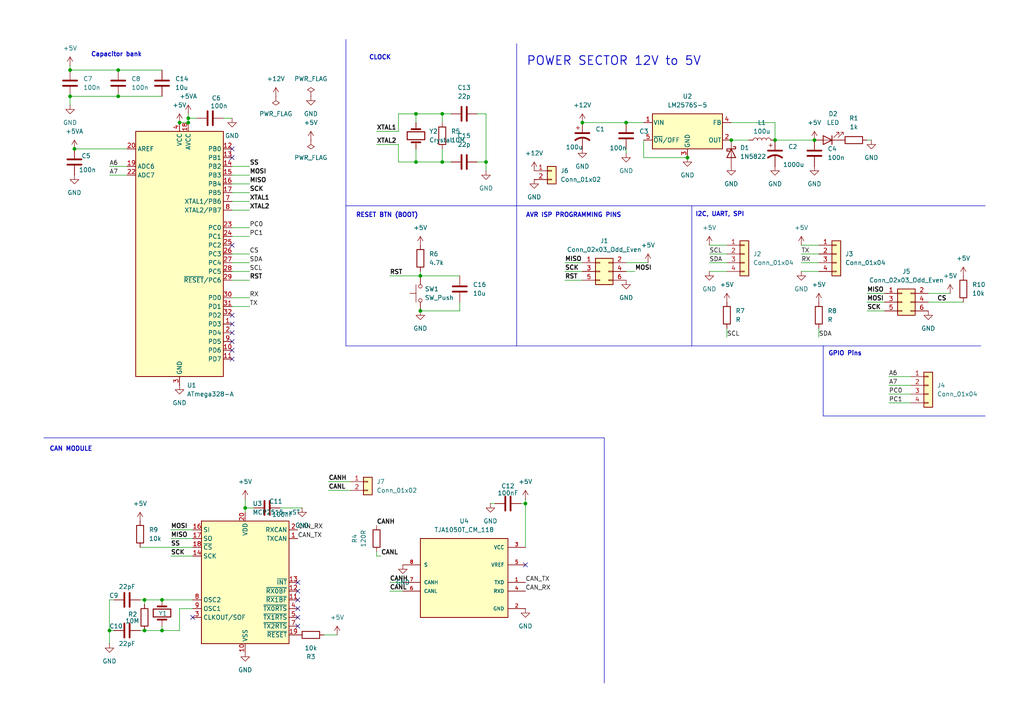
<source format=kicad_sch>
(kicad_sch (version 20250114) (generator "eeschema") (generator_version "9.0")
  (paper "A4")
  (lib_symbols
    (symbol "Connector_Generic:Conn_01x02" (pin_names (offset 1.016) (hide yes))
      (property "Reference" "J" (at 0 2.54 0))
      (property "Value" "Conn_01x02" (at 0 -5.08 0))
      (symbol "Conn_01x02_1_1"
        (pin passive line (at -5.08 0 0) (length 3.81) (name "Pin_1") (number "1"))
        (pin passive line (at -5.08 -2.54 0) (length 3.81) (name "Pin_2") (number "2"))
      )
    )
    (symbol "Connector_Generic:Conn_01x04" (pin_names (offset 1.016) (hide yes))
      (property "Reference" "J" (at 0 5.08 0))
      (property "Value" "Conn_01x04" (at 0 -7.62 0))
      (symbol "Conn_01x04_1_1"
        (pin passive line (at -5.08 2.54 0) (length 3.81) (name "Pin_1") (number "1"))
        (pin passive line (at -5.08 0 0) (length 3.81) (name "Pin_2") (number "2"))
        (pin passive line (at -5.08 -2.54 0) (length 3.81) (name "Pin_3") (number "3"))
        (pin passive line (at -5.08 -5.08 0) (length 3.81) (name "Pin_4") (number "4"))
      )
    )
    (symbol "Connector_Generic:Conn_02x03_Odd_Even" (pin_names (offset 1.016) (hide yes))
      (property "Reference" "J" (at 1.27 5.08 0))
      (property "Value" "Conn_02x03_Odd_Even" (at 1.27 -5.08 0))
      (symbol "Conn_02x03_Odd_Even_1_1"
        (pin passive line (at -5.08 2.54 0) (length 3.81) (name "Pin_1") (number "1"))
        (pin passive line (at -5.08 0 0) (length 3.81) (name "Pin_3") (number "3"))
        (pin passive line (at -5.08 -2.54 0) (length 3.81) (name "Pin_5") (number "5"))
        (pin passive line (at 7.62 2.54 180) (length 3.81) (name "Pin_2") (number "2"))
        (pin passive line (at 7.62 0 180) (length 3.81) (name "Pin_4") (number "4"))
        (pin passive line (at 7.62 -2.54 180) (length 3.81) (name "Pin_6") (number "6"))
      )
    )
    (symbol "Device:C" (pin_numbers (hide yes)) (pin_names (offset 0.254))
      (property "Reference" "C" (at 0.635 2.54 0))
      (property "Value" "C" (at 0.635 -2.54 0))
      (symbol "C_1_1"
        (pin passive line (at 0 3.81 270) (length 2.794) (name "~") (number "1"))
        (pin passive line (at 0 -3.81 90) (length 2.794) (name "~") (number "2"))
      )
    )
    (symbol "Device:C_Polarized_US" (pin_numbers (hide yes)) (pin_names (offset 0.254) (hide yes))
      (property "Reference" "C" (at 0.635 2.54 0))
      (property "Value" "C_Polarized_US" (at 0.635 -2.54 0))
      (symbol "C_Polarized_US_1_1"
        (pin passive line (at 0 3.81 270) (length 2.794) (name "~") (number "1"))
        (pin passive line (at 0 -3.81 90) (length 3.302) (name "~") (number "2"))
      )
    )
    (symbol "Device:Crystal" (pin_numbers (hide yes)) (pin_names (offset 1.016) (hide yes))
      (property "Reference" "Y" (at 0 3.81 0))
      (property "Value" "Crystal" (at 0 -3.81 0))
      (symbol "Crystal_1_1"
        (pin passive line (at -3.81 0 0) (length 1.27) (name "1") (number "1"))
        (pin passive line (at 3.81 0 180) (length 1.27) (name "2") (number "2"))
      )
    )
    (symbol "Device:L" (pin_numbers (hide yes)) (pin_names (offset 1.016) (hide yes))
      (property "Reference" "L" (at -1.27 0 90))
      (property "Value" "L" (at 1.905 0 90))
      (symbol "L_1_1"
        (pin passive line (at 0 3.81 270) (length 1.27) (name "1") (number "1"))
        (pin passive line (at 0 -3.81 90) (length 1.27) (name "2") (number "2"))
      )
    )
    (symbol "Device:LED" (pin_numbers (hide yes)) (pin_names (offset 1.016) (hide yes))
      (property "Reference" "D" (at 0 2.54 0))
      (property "Value" "LED" (at 0 -2.54 0))
      (symbol "LED_1_1"
        (pin passive line (at -3.81 0 0) (length 2.54) (name "K") (number "1"))
        (pin passive line (at 3.81 0 180) (length 2.54) (name "A") (number "2"))
      )
    )
    (symbol "Device:R" (pin_numbers (hide yes)) (pin_names (offset 0))
      (property "Reference" "R" (at 2.032 0 90))
      (property "Value" "R" (at 0 0 90))
      (symbol "R_1_1"
        (pin passive line (at 0 3.81 270) (length 1.27) (name "~") (number "1"))
        (pin passive line (at 0 -3.81 90) (length 1.27) (name "~") (number "2"))
      )
    )
    (symbol "Diode:1N5822" (pin_numbers (hide yes)) (pin_names (offset 1.016) (hide yes))
      (property "Reference" "D" (at 0 2.54 0))
      (property "Value" "1N5822" (at 0 -2.54 0))
      (symbol "1N5822_1_1"
        (pin passive line (at -3.81 0 0) (length 2.54) (name "K") (number "1"))
        (pin passive line (at 3.81 0 180) (length 2.54) (name "A") (number "2"))
      )
    )
    (symbol "Interface_CAN_LIN:MCP2515-xST"
      (property "Reference" "U" (at -10.16 19.685 0))
      (property "Value" "MCP2515-xST" (at 19.05 20.32 0))
      (symbol "MCP2515-xST_1_1"
        (pin input line (at -15.24 15.24 0) (length 2.54) (name "SI") (number "16"))
        (pin output line (at -15.24 12.7 0) (length 2.54) (name "SO") (number "17"))
        (pin input line (at -15.24 10.16 0) (length 2.54) (name "~{CS}") (number "18"))
        (pin input line (at -15.24 7.62 0) (length 2.54) (name "SCK") (number "14"))
        (pin output line (at -15.24 -5.08 0) (length 2.54) (name "OSC2") (number "8"))
        (pin input line (at -15.24 -7.62 0) (length 2.54) (name "OSC1") (number "9"))
        (pin output line (at -15.24 -10.16 0) (length 2.54) (name "CLKOUT/SOF") (number "3"))
        (pin no_connect line (at -12.7 0 0) (length 2.54) (hide yes) (name "NC") (number "6"))
        (pin no_connect line (at -12.7 -2.54 0) (length 2.54) (hide yes) (name "NC") (number "15"))
        (pin power_in line (at 0 20.32 270) (length 2.54) (name "VDD") (number "20"))
        (pin power_in line (at 0 -20.32 90) (length 2.54) (name "VSS") (number "10"))
        (pin input line (at 15.24 15.24 180) (length 2.54) (name "RXCAN") (number "2"))
        (pin output line (at 15.24 12.7 180) (length 2.54) (name "TXCAN") (number "1"))
        (pin output line (at 15.24 0 180) (length 2.54) (name "~{INT}") (number "13"))
        (pin output line (at 15.24 -2.54 180) (length 2.54) (name "~{RX0BF}") (number "12"))
        (pin output line (at 15.24 -5.08 180) (length 2.54) (name "~{RX1BF}") (number "11"))
        (pin input line (at 15.24 -7.62 180) (length 2.54) (name "~{TX0RTS}") (number "4"))
        (pin input line (at 15.24 -10.16 180) (length 2.54) (name "~{TX1RTS}") (number "5"))
        (pin input line (at 15.24 -12.7 180) (length 2.54) (name "~{TX2RTS}") (number "7"))
        (pin input line (at 15.24 -15.24 180) (length 2.54) (name "~{RESET}") (number "19"))
      )
    )
    (symbol "MCU_Microchip_ATmega:ATmega328-A"
      (property "Reference" "U" (at -12.7 36.83 0))
      (property "Value" "ATmega328-A" (at 2.54 -36.83 0))
      (symbol "ATmega328-A_1_1"
        (pin passive line (at -15.24 30.48 0) (length 2.54) (name "AREF") (number "20"))
        (pin input line (at -15.24 25.4 0) (length 2.54) (name "ADC6") (number "19"))
        (pin input line (at -15.24 22.86 0) (length 2.54) (name "ADC7") (number "22"))
        (pin power_in line (at 0 38.1 270) (length 2.54) (name "VCC") (number "4"))
        (pin passive line (at 0 38.1 270) (length 2.54) (hide yes) (name "VCC") (number "6"))
        (pin passive line (at 0 -38.1 90) (length 2.54) (hide yes) (name "GND") (number "21"))
        (pin power_in line (at 0 -38.1 90) (length 2.54) (name "GND") (number "3"))
        (pin passive line (at 0 -38.1 90) (length 2.54) (hide yes) (name "GND") (number "5"))
        (pin power_in line (at 2.54 38.1 270) (length 2.54) (name "AVCC") (number "18"))
        (pin bidirectional line (at 15.24 30.48 180) (length 2.54) (name "PB0") (number "12"))
        (pin bidirectional line (at 15.24 27.94 180) (length 2.54) (name "PB1") (number "13"))
        (pin bidirectional line (at 15.24 25.4 180) (length 2.54) (name "PB2") (number "14"))
        (pin bidirectional line (at 15.24 22.86 180) (length 2.54) (name "PB3") (number "15"))
        (pin bidirectional line (at 15.24 20.32 180) (length 2.54) (name "PB4") (number "16"))
        (pin bidirectional line (at 15.24 17.78 180) (length 2.54) (name "PB5") (number "17"))
        (pin bidirectional line (at 15.24 15.24 180) (length 2.54) (name "XTAL1/PB6") (number "7"))
        (pin bidirectional line (at 15.24 12.7 180) (length 2.54) (name "XTAL2/PB7") (number "8"))
        (pin bidirectional line (at 15.24 7.62 180) (length 2.54) (name "PC0") (number "23"))
        (pin bidirectional line (at 15.24 5.08 180) (length 2.54) (name "PC1") (number "24"))
        (pin bidirectional line (at 15.24 2.54 180) (length 2.54) (name "PC2") (number "25"))
        (pin bidirectional line (at 15.24 0 180) (length 2.54) (name "PC3") (number "26"))
        (pin bidirectional line (at 15.24 -2.54 180) (length 2.54) (name "PC4") (number "27"))
        (pin bidirectional line (at 15.24 -5.08 180) (length 2.54) (name "PC5") (number "28"))
        (pin bidirectional line (at 15.24 -7.62 180) (length 2.54) (name "~{RESET}/PC6") (number "29"))
        (pin bidirectional line (at 15.24 -12.7 180) (length 2.54) (name "PD0") (number "30"))
        (pin bidirectional line (at 15.24 -15.24 180) (length 2.54) (name "PD1") (number "31"))
        (pin bidirectional line (at 15.24 -17.78 180) (length 2.54) (name "PD2") (number "32"))
        (pin bidirectional line (at 15.24 -20.32 180) (length 2.54) (name "PD3") (number "1"))
        (pin bidirectional line (at 15.24 -22.86 180) (length 2.54) (name "PD4") (number "2"))
        (pin bidirectional line (at 15.24 -25.4 180) (length 2.54) (name "PD5") (number "9"))
        (pin bidirectional line (at 15.24 -27.94 180) (length 2.54) (name "PD6") (number "10"))
        (pin bidirectional line (at 15.24 -30.48 180) (length 2.54) (name "PD7") (number "11"))
      )
    )
    (symbol "Regulator_Switching:LM2576S-5" (pin_names (offset 0.254))
      (property "Reference" "U" (at -10.16 6.35 0))
      (property "Value" "LM2576S-5" (at 0 6.35 0))
      (symbol "LM2576S-5_1_1"
        (pin power_in line (at -12.7 2.54 0) (length 2.54) (name "VIN") (number "1"))
        (pin input line (at -12.7 -2.54 0) (length 2.54) (name "~{ON}/OFF") (number "5"))
        (pin power_in line (at 0 -7.62 90) (length 2.54) (name "GND") (number "3"))
        (pin input line (at 12.7 2.54 180) (length 2.54) (name "FB") (number "4"))
        (pin output line (at 12.7 -2.54 180) (length 2.54) (name "OUT") (number "2"))
      )
    )
    (symbol "Switch:SW_Push" (pin_numbers (hide yes)) (pin_names (offset 1.016) (hide yes))
      (property "Reference" "SW" (at 1.27 2.54 0))
      (property "Value" "SW_Push" (at 0 -1.524 0))
      (symbol "SW_Push_0_1"
        (pin passive line (at -5.08 0 0) (length 2.54) (name "1") (number "1"))
        (pin passive line (at 5.08 0 180) (length 2.54) (name "2") (number "2"))
      )
    )
    (symbol "extra_symbol:TJA1050T_CM_118" (pin_names (offset 1.016))
      (property "Reference" "U" (at -12.7 11.049 0))
      (property "Value" "TJA1050T_CM_118" (at -12.7 -15.24 0))
      (symbol "TJA1050T_CM_118_0_0"
        (pin input line (at -17.78 2.54 0) (length 5.08) (name "S") (number "8"))
        (pin bidirectional line (at -17.78 -2.54 0) (length 5.08) (name "CANH") (number "7"))
        (pin bidirectional line (at -17.78 -5.08 0) (length 5.08) (name "CANL") (number "6"))
        (pin power_in line (at 17.78 7.62 180) (length 5.08) (name "VCC") (number "3"))
        (pin output line (at 17.78 2.54 180) (length 5.08) (name "VREF") (number "5"))
        (pin input line (at 17.78 -2.54 180) (length 5.08) (name "TXD") (number "1"))
        (pin output line (at 17.78 -5.08 180) (length 5.08) (name "RXD") (number "4"))
        (pin power_in line (at 17.78 -10.16 180) (length 5.08) (name "GND") (number "2"))
      )
    )
    (symbol "power:+12V" (power) (pin_numbers (hide yes)) (pin_names (offset 0) (hide yes))
      (property "Value" "+12V" (at 0 3.556 0))
      (symbol "+12V_1_1"
        (pin power_in line (at 0 0 90) (length 0) (name "~") (number "1"))
      )
    )
    (symbol "power:+5V" (power) (pin_numbers (hide yes)) (pin_names (offset 0) (hide yes))
      (property "Value" "+5V" (at 0 3.556 0))
      (symbol "+5V_1_1"
        (pin power_in line (at 0 0 90) (length 0) (name "~") (number "1"))
      )
    )
    (symbol "power:+5VA" (power) (pin_numbers (hide yes)) (pin_names (offset 0) (hide yes))
      (property "Value" "+5VA" (at 0 3.556 0))
      (symbol "+5VA_1_1"
        (pin power_in line (at 0 0 90) (length 0) (name "~") (number "1"))
      )
    )
    (symbol "power:GND" (power) (pin_numbers (hide yes)) (pin_names (offset 0) (hide yes))
      (property "Value" "GND" (at 0 -3.81 0))
      (symbol "GND_1_1"
        (pin power_in line (at 0 0 270) (length 0) (name "~") (number "1"))
      )
    )
    (symbol "power:PWR_FLAG" (power) (pin_numbers (hide yes)) (pin_names (offset 0) (hide yes))
      (property "Value" "PWR_FLAG" (at 0 3.81 0))
      (symbol "PWR_FLAG_0_0"
        (pin power_out line (at 0 0 90) (length 0) (name "~") (number "1"))
      )
    )
  )
  (text "POWER SECTOR 12V to 5V\n" (at 178.054 17.78 0) (effects (font (size 2.54 2.54) (thickness 0.254) (bold yes))))
  (text "Capacitor bank\n" (at 33.782 15.875 0) (effects (font (size 1.27 1.27) (thickness 0.254) (bold yes))))
  (text "RESET BTN (BOOT)" (at 112.268 62.484 0) (effects (font (size 1.27 1.27) (thickness 0.254) (bold yes))))
  (text "AVR ISP PROGRAMMING PINS\n" (at 166.37 62.484 0) (effects (font (size 1.27 1.27) (thickness 0.254) (bold yes))))
  (text "I2C, UART, SPI" (at 208.788 62.23 0) (effects (font (size 1.27 1.27) (thickness 0.254) (bold yes))))
  (text "CLOCK" (at 110.236 16.764 0) (effects (font (size 1.27 1.27) (thickness 0.254) (bold yes))))
  (text "CAN MODULE\n" (at 20.574 130.302 0) (effects (font (size 1.27 1.27) (thickness 0.254) (bold yes))))
  (text "GPIO Pins" (at 245.11 102.616 0) (effects (font (size 1.27 1.27) (thickness 0.254) (bold yes))))
  (junction (at 54.61 34.29))
  (junction (at 121.92 90.17))
  (junction (at 31.75 182.88))
  (junction (at 46.99 173.99))
  (junction (at 199.39 45.72))
  (junction (at 52.07 35.56))
  (junction (at 152.4 146.05))
  (junction (at 236.22 40.64))
  (junction (at 46.99 182.88))
  (junction (at 140.97 46.99))
  (junction (at 41.91 173.99))
  (junction (at 128.27 33.02))
  (junction (at 20.32 20.32))
  (junction (at 34.29 20.32))
  (junction (at 71.12 147.32))
  (junction (at 21.59 43.18))
  (junction (at 20.32 27.94))
  (junction (at 121.92 80.01))
  (junction (at 128.27 46.99))
  (junction (at 120.65 46.99))
  (junction (at 34.29 27.94))
  (junction (at 120.65 33.02))
  (junction (at 54.61 35.56))
  (junction (at 41.91 182.88))
  (junction (at 224.79 40.64))
  (junction (at 212.09 40.64))
  (junction (at 168.91 35.56))
  (junction (at 181.61 35.56))
  (no_connect (at 67.31 43.18))
  (no_connect (at 86.36 171.45))
  (no_connect (at 86.36 179.07))
  (no_connect (at 67.31 71.12))
  (no_connect (at 67.31 99.06))
  (no_connect (at 86.36 181.61))
  (no_connect (at 86.36 173.99))
  (no_connect (at 67.31 96.52))
  (no_connect (at 55.88 179.07))
  (no_connect (at 67.31 104.14))
  (no_connect (at 152.4 163.83))
  (no_connect (at 67.31 101.6))
  (no_connect (at 67.31 45.72))
  (no_connect (at 67.31 91.44))
  (no_connect (at 86.36 168.91))
  (no_connect (at 86.36 176.53))
  (no_connect (at 67.31 93.98))
  (wire (pts (xy 138.43 46.99) (xy 140.97 46.99)))
  (wire (pts (xy 205.74 76.2) (xy 210.82 76.2)))
  (wire (pts (xy 121.92 80.01) (xy 121.92 78.74)))
  (wire (pts (xy 113.03 171.45) (xy 116.84 171.45)))
  (wire (pts (xy 181.61 35.56) (xy 186.69 35.56)))
  (wire (pts (xy 41.91 182.88) (xy 46.99 182.88)))
  (wire (pts (xy 67.31 50.8) (xy 72.39 50.8)))
  (wire (pts (xy 113.03 80.01) (xy 121.92 80.01)))
  (wire (pts (xy 40.64 182.88) (xy 41.91 182.88)))
  (polyline (pts (xy 149.86 12.7) (xy 149.86 59.69)))
  (wire (pts (xy 152.4 144.78) (xy 152.4 146.05)))
  (wire (pts (xy 67.31 55.88) (xy 72.39 55.88)))
  (wire (pts (xy 151.13 146.05) (xy 152.4 146.05)))
  (wire (pts (xy 163.83 76.2) (xy 168.91 76.2)))
  (wire (pts (xy 269.24 87.63) (xy 279.4 87.63)))
  (wire (pts (xy 115.57 38.1) (xy 115.57 33.02)))
  (polyline (pts (xy 100.33 59.69) (xy 149.86 59.69)))
  (wire (pts (xy 181.61 44.45) (xy 181.61 43.18)))
  (wire (pts (xy 95.25 139.7) (xy 101.6 139.7)))
  (wire (pts (xy 20.32 30.48) (xy 20.32 27.94)))
  (wire (pts (xy 186.69 40.64) (xy 186.69 45.72)))
  (polyline (pts (xy 100.33 11.43) (xy 100.33 59.69)))
  (wire (pts (xy 187.96 76.2) (xy 181.61 76.2)))
  (wire (pts (xy 34.29 27.94) (xy 46.99 27.94)))
  (wire (pts (xy 257.81 116.84) (xy 264.16 116.84)))
  (wire (pts (xy 31.75 50.8) (xy 36.83 50.8)))
  (wire (pts (xy 128.27 33.02) (xy 130.81 33.02)))
  (wire (pts (xy 41.91 173.99) (xy 46.99 173.99)))
  (wire (pts (xy 237.49 95.25) (xy 237.49 97.79)))
  (wire (pts (xy 67.31 81.28) (xy 72.39 81.28)))
  (wire (pts (xy 31.75 48.26) (xy 36.83 48.26)))
  (wire (pts (xy 71.12 144.78) (xy 71.12 147.32)))
  (wire (pts (xy 31.75 173.99) (xy 33.02 173.99)))
  (wire (pts (xy 40.64 173.99) (xy 41.91 173.99)))
  (wire (pts (xy 31.75 182.88) (xy 31.75 186.69)))
  (wire (pts (xy 67.31 88.9) (xy 72.39 88.9)))
  (wire (pts (xy 121.92 80.01) (xy 133.35 80.01)))
  (wire (pts (xy 251.46 40.64) (xy 252.73 40.64)))
  (wire (pts (xy 110.49 161.29) (xy 109.22 161.29)))
  (polyline (pts (xy 238.76 120.65) (xy 238.76 100.33)))
  (wire (pts (xy 120.65 35.56) (xy 120.65 33.02)))
  (wire (pts (xy 46.99 181.61) (xy 46.99 182.88)))
  (wire (pts (xy 115.57 33.02) (xy 120.65 33.02)))
  (wire (pts (xy 109.22 161.29) (xy 109.22 160.02)))
  (wire (pts (xy 49.53 153.67) (xy 55.88 153.67)))
  (wire (pts (xy 186.69 45.72) (xy 199.39 45.72)))
  (polyline (pts (xy 149.86 100.33) (xy 200.66 100.33)))
  (wire (pts (xy 54.61 35.56) (xy 54.61 34.29)))
  (wire (pts (xy 143.51 146.05) (xy 142.24 146.05)))
  (wire (pts (xy 67.31 76.2) (xy 72.39 76.2)))
  (wire (pts (xy 140.97 33.02) (xy 140.97 46.99)))
  (wire (pts (xy 31.75 182.88) (xy 33.02 182.88)))
  (wire (pts (xy 67.31 68.58) (xy 72.39 68.58)))
  (wire (pts (xy 31.75 173.99) (xy 31.75 182.88)))
  (wire (pts (xy 120.65 43.18) (xy 120.65 46.99)))
  (wire (pts (xy 205.74 78.74) (xy 210.82 78.74)))
  (wire (pts (xy 113.03 168.91) (xy 116.84 168.91)))
  (wire (pts (xy 217.17 40.64) (xy 212.09 40.64)))
  (wire (pts (xy 224.79 35.56) (xy 224.79 40.64)))
  (wire (pts (xy 109.22 38.1) (xy 115.57 38.1)))
  (wire (pts (xy 52.07 35.56) (xy 54.61 35.56)))
  (wire (pts (xy 20.32 27.94) (xy 34.29 27.94)))
  (wire (pts (xy 128.27 46.99) (xy 130.81 46.99)))
  (wire (pts (xy 21.59 43.18) (xy 36.83 43.18)))
  (wire (pts (xy 210.82 95.25) (xy 210.82 97.79)))
  (wire (pts (xy 120.65 33.02) (xy 128.27 33.02)))
  (wire (pts (xy 168.91 35.56) (xy 181.61 35.56)))
  (wire (pts (xy 41.91 173.99) (xy 41.91 175.26)))
  (wire (pts (xy 163.83 78.74) (xy 168.91 78.74)))
  (wire (pts (xy 163.83 81.28) (xy 168.91 81.28)))
  (wire (pts (xy 67.31 53.34) (xy 72.39 53.34)))
  (polyline (pts (xy 149.86 59.69) (xy 285.75 59.69)))
  (wire (pts (xy 34.29 20.32) (xy 46.99 20.32)))
  (polyline (pts (xy 175.26 127) (xy 175.26 198.12)))
  (wire (pts (xy 205.74 73.66) (xy 210.82 73.66)))
  (polyline (pts (xy 285.75 120.65) (xy 238.76 120.65)))
  (wire (pts (xy 115.57 41.91) (xy 115.57 46.99)))
  (wire (pts (xy 67.31 73.66) (xy 72.39 73.66)))
  (wire (pts (xy 71.12 147.32) (xy 71.12 148.59)))
  (wire (pts (xy 81.28 147.32) (xy 87.63 147.32)))
  (wire (pts (xy 232.41 76.2) (xy 237.49 76.2)))
  (wire (pts (xy 128.27 33.02) (xy 128.27 35.56)))
  (wire (pts (xy 257.81 111.76) (xy 264.16 111.76)))
  (wire (pts (xy 40.64 158.75) (xy 55.88 158.75)))
  (wire (pts (xy 95.25 142.24) (xy 101.6 142.24)))
  (wire (pts (xy 64.77 34.29) (xy 67.31 34.29)))
  (wire (pts (xy 232.41 78.74) (xy 237.49 78.74)))
  (wire (pts (xy 49.53 161.29) (xy 55.88 161.29)))
  (wire (pts (xy 232.41 73.66) (xy 237.49 73.66)))
  (polyline (pts (xy 100.33 59.69) (xy 100.33 100.33)))
  (wire (pts (xy 128.27 46.99) (xy 128.27 43.18)))
  (wire (pts (xy 140.97 46.99) (xy 140.97 49.53)))
  (wire (pts (xy 67.31 86.36) (xy 72.39 86.36)))
  (wire (pts (xy 67.31 48.26) (xy 72.39 48.26)))
  (wire (pts (xy 93.98 184.15) (xy 97.79 184.15)))
  (wire (pts (xy 71.12 147.32) (xy 73.66 147.32)))
  (wire (pts (xy 49.53 156.21) (xy 55.88 156.21)))
  (wire (pts (xy 257.81 109.22) (xy 264.16 109.22)))
  (wire (pts (xy 120.65 46.99) (xy 128.27 46.99)))
  (wire (pts (xy 152.4 146.05) (xy 152.4 158.75)))
  (wire (pts (xy 251.46 87.63) (xy 256.54 87.63)))
  (wire (pts (xy 257.81 114.3) (xy 264.16 114.3)))
  (wire (pts (xy 52.07 176.53) (xy 55.88 176.53)))
  (wire (pts (xy 251.46 90.17) (xy 256.54 90.17)))
  (wire (pts (xy 275.59 85.09) (xy 269.24 85.09)))
  (wire (pts (xy 67.31 60.96) (xy 72.39 60.96)))
  (wire (pts (xy 109.22 41.91) (xy 115.57 41.91)))
  (wire (pts (xy 205.74 71.12) (xy 210.82 71.12)))
  (wire (pts (xy 52.07 176.53) (xy 52.07 182.88)))
  (polyline (pts (xy 100.33 100.33) (xy 149.86 100.33)))
  (wire (pts (xy 67.31 66.04) (xy 72.39 66.04)))
  (polyline (pts (xy 200.66 100.33) (xy 284.48 100.33)))
  (wire (pts (xy 138.43 33.02) (xy 140.97 33.02)))
  (polyline (pts (xy 200.66 100.33) (xy 200.66 59.69)))
  (wire (pts (xy 115.57 46.99) (xy 120.65 46.99)))
  (wire (pts (xy 54.61 34.29) (xy 57.15 34.29)))
  (wire (pts (xy 67.31 78.74) (xy 72.39 78.74)))
  (wire (pts (xy 20.32 20.32) (xy 34.29 20.32)))
  (polyline (pts (xy 12.7 127) (xy 175.26 127)))
  (wire (pts (xy 54.61 33.02) (xy 54.61 34.29)))
  (wire (pts (xy 181.61 78.74) (xy 184.15 78.74)))
  (wire (pts (xy 133.35 87.63) (xy 133.35 90.17)))
  (wire (pts (xy 133.35 90.17) (xy 121.92 90.17)))
  (wire (pts (xy 67.31 58.42) (xy 72.39 58.42)))
  (polyline (pts (xy 149.86 100.33) (xy 149.86 59.69)))
  (wire (pts (xy 20.32 19.05) (xy 20.32 20.32)))
  (wire (pts (xy 224.79 40.64) (xy 236.22 40.64)))
  (wire (pts (xy 46.99 182.88) (xy 52.07 182.88)))
  (wire (pts (xy 212.09 35.56) (xy 224.79 35.56)))
  (wire (pts (xy 251.46 85.09) (xy 256.54 85.09)))
  (wire (pts (xy 46.99 173.99) (xy 55.88 173.99)))
  (wire (pts (xy 232.41 71.12) (xy 237.49 71.12)))
  (label "CAN_TX" (at 86.36 156.21 0))
  (label "SDA" (at 72.39 76.2 0))
  (label "CANL" (at 95.25 142.24 0) (effects (font (thickness 0.254) (bold yes))))
  (label "CAN_TX" (at 152.4 168.91 0))
  (label "MISO" (at 251.46 85.09 0) (effects (font (thickness 0.254) (bold yes))))
  (label "CANL" (at 110.49 161.29 0) (effects (font (thickness 0.254) (bold yes))))
  (label "CANH" (at 113.03 168.91 0) (effects (font (thickness 0.254) (bold yes))))
  (label "SS" (at 49.53 158.75 0) (effects (font (thickness 0.254) (bold yes))))
  (label "SCK" (at 49.53 161.29 0) (effects (font (thickness 0.254) (bold yes))))
  (label "RST" (at 113.03 80.01 0) (effects (font (thickness 0.254) (bold yes))))
  (label "MOSI" (at 251.46 87.63 0) (effects (font (thickness 0.254) (bold yes))))
  (label "A6" (at 257.81 109.22 0))
  (label "XTAL2" (at 109.22 41.91 0) (effects (font (thickness 0.254) (bold yes))))
  (label "MISO" (at 163.83 76.2 0) (effects (font (thickness 0.254) (bold yes))))
  (label "MOSI" (at 49.53 153.67 0) (effects (font (thickness 0.254) (bold yes))))
  (label "SCL" (at 205.74 73.66 0))
  (label "MOSI" (at 184.15 78.74 0) (effects (font (thickness 0.254) (bold yes))))
  (label "SDA" (at 205.74 76.2 0))
  (label "XTAL1" (at 72.39 58.42 0) (effects (font (thickness 0.254) (bold yes))))
  (label "SDA" (at 237.49 97.79 0))
  (label "RX" (at 72.39 86.36 0))
  (label "CS" (at 271.78 87.63 0) (effects (font (thickness 0.254) (bold yes))))
  (label "SCL" (at 72.39 78.74 0))
  (label "RST" (at 72.39 81.28 0) (effects (font (thickness 0.254) (bold yes))))
  (label "TX" (at 232.41 73.66 0))
  (label "CAN_RX" (at 86.36 153.67 0))
  (label "TX" (at 72.39 88.9 0))
  (label "A6" (at 31.75 48.26 0))
  (label "A7" (at 31.75 50.8 0))
  (label "SS" (at 72.39 48.26 0) (effects (font (thickness 0.254) (bold yes))))
  (label "PC0" (at 257.81 114.3 0))
  (label "PC0" (at 72.39 66.04 0))
  (label "XTAL2" (at 72.39 60.96 0) (effects (font (thickness 0.254) (bold yes))))
  (label "RST" (at 163.83 81.28 0) (effects (font (thickness 0.254) (bold yes))))
  (label "SCL" (at 210.82 97.79 0))
  (label "PC1" (at 72.39 68.58 0))
  (label "PC1" (at 257.81 116.84 0))
  (label "CAN_RX" (at 152.4 171.45 0))
  (label "MISO" (at 72.39 53.34 0) (effects (font (thickness 0.254) (bold yes))))
  (label "CANH" (at 109.22 152.4 0) (effects (font (thickness 0.254) (bold yes))))
  (label "CANH" (at 95.25 139.7 0) (effects (font (thickness 0.254) (bold yes))))
  (label "MISO" (at 49.53 156.21 0) (effects (font (thickness 0.254) (bold yes))))
  (label "XTAL1" (at 109.22 38.1 0) (effects (font (thickness 0.254) (bold yes))))
  (label "CS" (at 72.39 73.66 0))
  (label "SCK" (at 163.83 78.74 0) (effects (font (thickness 0.254) (bold yes))))
  (label "MOSI" (at 72.39 50.8 0) (effects (font (thickness 0.254) (bold yes))))
  (label "SCK" (at 72.39 55.88 0) (effects (font (thickness 0.254) (bold yes))))
  (label "SCK" (at 251.46 90.17 0) (effects (font (thickness 0.254) (bold yes))))
  (label "CANL" (at 113.03 171.45 0) (effects (font (thickness 0.254) (bold yes))))
  (label "A7" (at 257.81 111.76 0))
  (label "RX" (at 232.41 76.2 0))
  (symbol (lib_id "Device:C") (at 134.62 33.02 90) (unit 1)
    (property "Reference" "C13" (at 134.62 25.4 90))
    (property "Value" "22p" (at 134.62 27.94 90))
    (property "Footprint" "Capacitor_SMD:C_0805_2012Metric_Pad1.18x1.45mm_HandSolder" (effects (hide yes)))
    (property "Description" "Unpolarized capacitor" (effects (hide yes)))
  )
  (symbol (lib_id "power:GND") (at 152.4 176.53 0) (unit 1)
    (property "Reference" "#PWR023" (effects (hide yes)))
    (property "Value" "GND" (at 152.4 181.61 0))
    (property "Description" "Power symbol creates a global label with name \"GND\" , ground" (effects (hide yes)))
  )
  (symbol (lib_id "power:+5V") (at 121.92 71.12 0) (unit 1)
    (property "Reference" "#PWR019" (effects (hide yes)))
    (property "Value" "+5V" (at 121.92 66.04 0))
    (property "Description" "Power symbol creates a global label with name \"+5V\"" (effects (hide yes)))
  )
  (symbol (lib_id "power:+5V") (at 97.79 184.15 0) (unit 1)
    (property "Reference" "#PWR038" (effects (hide yes)))
    (property "Value" "+5V" (at 97.79 179.07 0))
    (property "Description" "Power symbol creates a global label with name \"+5V\"" (effects (hide yes)))
  )
  (symbol (lib_id "Connector_Generic:Conn_01x04") (at 215.9 73.66 0) (unit 1)
    (property "Reference" "J2" (at 218.44 73.6599 0) (effects (justify left)))
    (property "Value" "Conn_01x04" (at 218.44 76.1999 0) (effects (justify left)))
    (property "Footprint" "Connector_PinHeader_2.54mm:PinHeader_1x04_P2.54mm_Vertical" (effects (hide yes)))
    (property "Description" "Generic connector, single row, 01x04, script generated (kicad-library-utils/schlib/autogen/connector/)" (effects (hide yes)))
  )
  (symbol (lib_id "Device:R") (at 40.64 154.94 0) (unit 1)
    (property "Reference" "R9" (at 43.18 153.6699 0) (effects (justify left)))
    (property "Value" "10k" (at 43.18 156.2099 0) (effects (justify left)))
    (property "Footprint" "Resistor_SMD:R_0805_2012Metric_Pad1.20x1.40mm_HandSolder" (effects (hide yes)))
    (property "Description" "Resistor" (effects (hide yes)))
  )
  (symbol (lib_id "Connector_Generic:Conn_01x04") (at 269.24 111.76 0) (unit 1)
    (property "Reference" "J4" (at 271.78 111.7599 0) (effects (justify left)))
    (property "Value" "Conn_01x04" (at 271.78 114.2999 0) (effects (justify left)))
    (property "Footprint" "Connector_PinHeader_2.54mm:PinHeader_1x04_P2.54mm_Vertical" (effects (hide yes)))
    (property "Description" "Generic connector, single row, 01x04, script generated (kicad-library-utils/schlib/autogen/connector/)" (effects (hide yes)))
  )
  (symbol (lib_id "power:GND") (at 140.97 49.53 0) (unit 1)
    (property "Reference" "#PWR016" (effects (hide yes)))
    (property "Value" "GND" (at 140.97 54.61 0))
    (property "Description" "Power symbol creates a global label with name \"GND\" , ground" (effects (hide yes)))
  )
  (symbol (lib_id "power:+12V") (at 80.01 27.94 0) (unit 1)
    (property "Reference" "#PWR034" (effects (hide yes)))
    (property "Value" "+12V" (at 80.01 22.86 0))
    (property "Description" "Power symbol creates a global label with name \"+12V\"" (effects (hide yes)))
  )
  (symbol (lib_id "Device:C") (at 20.32 24.13 180) (unit 1)
    (property "Reference" "C7" (at 24.13 22.8599 0) (effects (justify right)))
    (property "Value" "100n" (at 24.13 25.3999 0) (effects (justify right)))
    (property "Footprint" "Capacitor_SMD:C_0805_2012Metric_Pad1.18x1.45mm_HandSolder" (effects (hide yes)))
  )
  (symbol (lib_id "power:PWR_FLAG") (at 90.17 27.94 0) (unit 1)
    (property "Reference" "#FLG01" (effects (hide yes)))
    (property "Value" "PWR_FLAG" (at 90.17 22.86 0))
    (property "Description" "Special symbol for telling ERC where power comes from" (effects (hide yes)))
  )
  (symbol (lib_id "Device:C") (at 133.35 83.82 0) (unit 1)
    (property "Reference" "C16" (at 137.16 82.5499 0) (effects (justify left)))
    (property "Value" "10u" (at 137.16 85.0899 0) (effects (justify left)))
    (property "Footprint" "Capacitor_SMD:C_0805_2012Metric_Pad1.18x1.45mm_HandSolder" (effects (hide yes)))
    (property "Description" "Unpolarized capacitor" (effects (hide yes)))
  )
  (symbol (lib_id "Device:R") (at 109.22 156.21 0) (mirror y) (unit 1)
    (property "Reference" "R4" (at 102.87 156.21 90))
    (property "Value" "120R" (at 105.41 156.21 90))
    (property "Footprint" "Resistor_SMD:R_0805_2012Metric_Pad1.20x1.40mm_HandSolder" (effects (hide yes)))
  )
  (symbol (lib_id "Device:C") (at 236.22 44.45 0) (unit 1)
    (property "Reference" "C4" (at 240.03 43.1799 0) (effects (justify left)))
    (property "Value" "100n" (at 240.03 45.7199 0) (effects (justify left)))
    (property "Footprint" "Capacitor_SMD:C_0805_2012Metric_Pad1.18x1.45mm_HandSolder" (effects (hide yes)))
    (property "Description" "Unpolarized capacitor" (effects (hide yes)))
  )
  (symbol (lib_id "power:GND") (at 67.31 34.29 0) (unit 1)
    (property "Reference" "#PWR012" (effects (hide yes)))
    (property "Value" "GND" (at 67.31 39.37 0))
    (property "Description" "Power symbol creates a global label with name \"GND\" , ground" (effects (hide yes)))
  )
  (symbol (lib_id "power:+5V") (at 236.22 40.64 0) (unit 1)
    (property "Reference" "#PWR08" (effects (hide yes)))
    (property "Value" "+5V" (at 236.22 35.56 0))
    (property "Description" "Power symbol creates a global label with name \"+5V\"" (effects (hide yes)))
  )
  (symbol (lib_id "power:GND") (at 71.12 189.23 0) (unit 1)
    (property "Reference" "#PWR040" (effects (hide yes)))
    (property "Value" "GND" (at 71.12 194.31 0))
    (property "Description" "Power symbol creates a global label with name \"GND\" , ground" (effects (hide yes)))
  )
  (symbol (lib_id "power:GND") (at 52.07 111.76 0) (unit 1)
    (property "Reference" "#PWR010" (effects (hide yes)))
    (property "Value" "GND" (at 52.07 116.84 0))
    (property "Description" "Power symbol creates a global label with name \"GND\" , ground" (effects (hide yes)))
  )
  (symbol (lib_id "Device:C_Polarized_US") (at 168.91 39.37 0) (unit 1)
    (property "Reference" "C1" (at 172.72 37.4649 0) (effects (justify left)))
    (property "Value" "100u" (at 164.084 42.672 0) (effects (justify left)))
    (property "Footprint" "Capacitor_THT:CP_Radial_D10.0mm_P2.50mm" (effects (hide yes)))
    (property "Description" "Polarized capacitor, US symbol" (effects (hide yes)))
  )
  (symbol (lib_id "power:GND") (at 21.59 50.8 0) (unit 1)
    (property "Reference" "#PWR011" (effects (hide yes)))
    (property "Value" "GND" (at 21.59 55.88 0))
    (property "Description" "Power symbol creates a global label with name \"GND\" , ground" (effects (hide yes)))
  )
  (symbol (lib_id "power:GND") (at 232.41 78.74 0) (unit 1)
    (property "Reference" "#PWR029" (effects (hide yes)))
    (property "Value" "GND" (at 232.41 83.82 0))
    (property "Description" "Power symbol creates a global label with name \"GND\" , ground" (effects (hide yes)))
  )
  (symbol (lib_id "power:GND") (at 142.24 146.05 0) (unit 1)
    (property "Reference" "#PWR043" (effects (hide yes)))
    (property "Value" "GND" (at 142.24 151.13 0))
    (property "Description" "Power symbol creates a global label with name \"GND\" , ground" (effects (hide yes)))
  )
  (symbol (lib_id "power:GND") (at 168.91 43.18 0) (unit 1)
    (property "Reference" "#PWR05" (effects (hide yes)))
    (property "Value" "GND" (at 168.91 48.26 0))
    (property "Description" "Power symbol creates a global label with name \"GND\" , ground" (effects (hide yes)))
  )
  (symbol (lib_id "power:GND") (at 31.75 186.69 0) (unit 1)
    (property "Reference" "#PWR039" (effects (hide yes)))
    (property "Value" "GND" (at 31.75 191.77 0))
    (property "Description" "Power symbol creates a global label with name \"GND\" , ground" (effects (hide yes)))
  )
  (symbol (lib_id "Device:Crystal") (at 120.65 39.37 270) (unit 1)
    (property "Reference" "Y2" (at 124.46 38.0999 90) (effects (justify left)))
    (property "Value" "Crystal" (at 124.46 40.6399 90) (effects (justify left)))
    (property "Footprint" "Crystal:Crystal_HC49-U_Vertical" (effects (hide yes)))
    (property "Description" "Two pin crystal" (effects (hide yes)))
  )
  (symbol (lib_id "extra_symbol:TJA1050T_CM_118") (at 134.62 166.37 0) (unit 1)
    (property "Reference" "U4" (at 134.62 151.13 0))
    (property "Value" "TJA1050T_CM_118" (at 134.62 153.67 0))
    (property "Footprint" "extra_footprint:SOIC127P600X175-8N" (effects (hide yes)))
    (property "MF" "NXP USA" (effects (hide yes)))
    (property "MAXIMUM_PACKAGE_HEIGHT" "1.75 mm" (effects (hide yes)))
    (property "Package" "SO-8 NXP Semiconductors" (effects (hide yes)))
    (property "Price" "None" (effects (hide yes)))
    (property "Check_prices" "https://www.snapeda.com/parts/TJA1050T/CM,118/NXP+Semiconductors/view-part/?ref=eda" (effects (hide yes)))
    (property "STANDARD" "IPC 7351B" (effects (hide yes)))
    (property "PARTREV" "4" (effects (hide yes)))
    (property "SnapEDA_Link" "https://www.snapeda.com/parts/TJA1050T/CM,118/NXP+Semiconductors/view-part/?ref=snap" (effects (hide yes)))
    (property "MP" "TJA1050T/CM,118" (effects (hide yes)))
    (property "Description_1" "1/1 Transceiver Half CANbus 8-SO" (effects (hide yes)))
    (property "Availability" "In Stock" (effects (hide yes)))
    (property "MANUFACTURER" "NXP USA" (effects (hide yes)))
  )
  (symbol (lib_id "power:GND") (at 181.61 81.28 0) (unit 1)
    (property "Reference" "#PWR022" (effects (hide yes)))
    (property "Value" "GND" (at 181.61 86.36 0))
    (property "Description" "Power symbol creates a global label with name \"GND\" , ground" (effects (hide yes)))
  )
  (symbol (lib_id "Diode:1N5822") (at 212.09 44.45 270) (unit 1)
    (property "Reference" "D1" (at 214.63 42.8624 90) (effects (justify left)))
    (property "Value" "1N5822" (at 214.63 45.4024 90) (effects (justify left)))
    (property "Footprint" "Diode_THT:D_DO-201AD_P15.24mm_Horizontal" (effects (hide yes)))
    (property "Datasheet" "http://www.vishay.com/docs/88526/1n5820.pdf" (effects (hide yes)))
    (property "Description" "40V 3A Schottky Barrier Rectifier Diode, DO-201AD" (effects (hide yes)))
  )
  (symbol (lib_id "power:GND") (at 205.74 78.74 0) (unit 1)
    (property "Reference" "#PWR027" (effects (hide yes)))
    (property "Value" "GND" (at 205.74 83.82 0))
    (property "Description" "Power symbol creates a global label with name \"GND\" , ground" (effects (hide yes)))
  )
  (symbol (lib_id "Connector_Generic:Conn_02x03_Odd_Even") (at 261.62 87.63 0) (unit 1)
    (property "Reference" "J5" (at 262.89 78.74 0))
    (property "Value" "Conn_02x03_Odd_Even" (at 262.89 81.28 0))
    (property "Footprint" "Connector_PinHeader_2.54mm:PinHeader_2x03_P2.54mm_Vertical" (effects (hide yes)))
    (property "Description" "Generic connector, double row, 02x03, odd/even pin numbering scheme (row 1 odd numbers, row 2 even numbers), script generated (kicad-library-utils/schlib/autogen/connector/)" (effects (hide yes)))
  )
  (symbol (lib_id "Connector_Generic:Conn_01x04") (at 242.57 73.66 0) (unit 1)
    (property "Reference" "J3" (at 245.11 73.6599 0) (effects (justify left)))
    (property "Value" "Conn_01x04" (at 245.11 76.1999 0) (effects (justify left)))
    (property "Footprint" "Connector_PinHeader_2.54mm:PinHeader_1x04_P2.54mm_Vertical" (effects (hide yes)))
    (property "Description" "Generic connector, single row, 01x04, script generated (kicad-library-utils/schlib/autogen/connector/)" (effects (hide yes)))
  )
  (symbol (lib_id "power:+5V") (at 279.4 80.01 0) (unit 1)
    (property "Reference" "#PWR044" (effects (hide yes)))
    (property "Value" "+5V" (at 279.4 74.93 0))
    (property "Description" "Power symbol creates a global label with name \"+5V\"" (effects (hide yes)))
  )
  (symbol (lib_id "Device:C") (at 36.83 182.88 90) (mirror x) (unit 1)
    (property "Reference" "C10" (at 33.655 181.61 90))
    (property "Value" "22pF" (at 36.83 186.69 90))
    (property "Footprint" "Capacitor_SMD:C_0805_2012Metric_Pad1.18x1.45mm_HandSolder" (effects (hide yes)))
  )
  (symbol (lib_id "Interface_CAN_LIN:MCP2515-xST") (at 71.12 168.91 0) (unit 1)
    (property "Reference" "U3" (at 73.2633 146.05 0) (effects (justify left)))
    (property "Value" "MCP2515-xST" (at 73.2633 148.59 0) (effects (justify left)))
    (property "Footprint" "Package_SO:TSSOP-20_4.4x6.5mm_P0.65mm" (effects (hide yes)))
    (property "Datasheet" "http://ww1.microchip.com/downloads/en/DeviceDoc/21801e.pdf" (effects (hide yes)))
    (property "Description" "Stand-Alone CAN Controller with SPI Interface, TSSOP-20" (effects (hide yes)))
  )
  (symbol (lib_id "Device:R") (at 121.92 74.93 0) (unit 1)
    (property "Reference" "R6" (at 124.46 73.6599 0) (effects (justify left)))
    (property "Value" "4.7k" (at 124.46 76.1999 0) (effects (justify left)))
    (property "Footprint" "Resistor_SMD:R_0805_2012Metric_Pad1.20x1.40mm_HandSolder" (effects (hide yes)))
    (property "Description" "Resistor" (effects (hide yes)))
  )
  (symbol (lib_id "Device:R") (at 128.27 39.37 0) (unit 1)
    (property "Reference" "R5" (at 130.81 38.0999 0) (effects (justify left)))
    (property "Value" "10M" (at 130.81 40.6399 0) (effects (justify left)))
    (property "Footprint" "Resistor_SMD:R_0805_2012Metric_Pad1.20x1.40mm_HandSolder" (effects (hide yes)))
    (property "Description" "Resistor" (effects (hide yes)))
  )
  (symbol (lib_id "power:+5V") (at 52.07 35.56 0) (unit 1)
    (property "Reference" "#PWR09" (effects (hide yes)))
    (property "Value" "+5V" (at 52.07 30.48 0))
    (property "Description" "Power symbol creates a global label with name \"+5V\"" (effects (hide yes)))
  )
  (symbol (lib_id "power:GND") (at 212.09 48.26 0) (unit 1)
    (property "Reference" "#PWR02" (effects (hide yes)))
    (property "Value" "GND" (at 212.09 53.34 0))
    (property "Description" "Power symbol creates a global label with name \"GND\" , ground" (effects (hide yes)))
  )
  (symbol (lib_id "power:GND") (at 181.61 44.45 0) (unit 1)
    (property "Reference" "#PWR06" (effects (hide yes)))
    (property "Value" "GND" (at 181.61 49.53 0))
    (property "Description" "Power symbol creates a global label with name \"GND\" , ground" (effects (hide yes)))
  )
  (symbol (lib_id "Switch:SW_Push") (at 121.92 85.09 90) (unit 1)
    (property "Reference" "SW1" (at 123.19 83.8199 90) (effects (justify right)))
    (property "Value" "SW_Push" (at 123.19 86.3599 90) (effects (justify right)))
    (property "Footprint" "Button_Switch_THT:SW_PUSH_6mm" (effects (hide yes)))
    (property "Description" "Push button switch, generic, two pins" (effects (hide yes)))
  )
  (symbol (lib_id "MCU_Microchip_ATmega:ATmega328-A") (at 52.07 73.66 0) (unit 1)
    (property "Reference" "U1" (at 54.2133 111.76 0) (effects (justify left)))
    (property "Value" "ATmega328-A" (at 54.2133 114.3 0) (effects (justify left)))
    (property "Footprint" "Package_QFP:TQFP-32_7x7mm_P0.8mm" (effects (hide yes)))
    (property "Datasheet" "http://ww1.microchip.com/downloads/en/DeviceDoc/ATmega328_P%20AVR%20MCU%20with%20picoPower%20Technology%20Data%20Sheet%2040001984A.pdf" (effects (hide yes)))
    (property "Description" "20MHz, 32kB Flash, 2kB SRAM, 1kB EEPROM, TQFP-32" (effects (hide yes)))
  )
  (symbol (lib_id "power:GND") (at 87.63 147.32 0) (unit 1)
    (property "Reference" "#PWR041" (effects (hide yes)))
    (property "Value" "GND" (at 87.63 152.4 0))
    (property "Description" "Power symbol creates a global label with name \"GND\" , ground" (effects (hide yes)))
  )
  (symbol (lib_id "Device:C") (at 147.32 146.05 90) (mirror x) (unit 1)
    (property "Reference" "C12" (at 147.32 140.97 90))
    (property "Value" "100nF" (at 147.32 143.002 90))
    (property "Footprint" "Capacitor_SMD:C_0805_2012Metric_Pad1.18x1.45mm_HandSolder" (effects (hide yes)))
  )
  (symbol (lib_id "power:GND") (at 154.94 52.07 0) (unit 1)
    (property "Reference" "#PWR045" (effects (hide yes)))
    (property "Value" "GND" (at 154.94 57.15 0))
    (property "Description" "Power symbol creates a global label with name \"GND\" , ground" (effects (hide yes)))
  )
  (symbol (lib_id "Device:C") (at 77.47 147.32 270) (unit 1)
    (property "Reference" "C11" (at 80.01 145.415 90))
    (property "Value" "100nF" (at 81.915 149.225 90))
    (property "Footprint" "Capacitor_SMD:C_0805_2012Metric_Pad1.18x1.45mm_HandSolder" (effects (hide yes)))
  )
  (symbol (lib_id "Device:C") (at 134.62 46.99 90) (unit 1)
    (property "Reference" "C15" (at 134.62 39.37 90))
    (property "Value" "22p" (at 134.62 41.91 90))
    (property "Footprint" "Capacitor_SMD:C_0805_2012Metric_Pad1.18x1.45mm_HandSolder" (effects (hide yes)))
    (property "Description" "Unpolarized capacitor" (effects (hide yes)))
  )
  (symbol (lib_id "power:GND") (at 252.73 40.64 0) (unit 1)
    (property "Reference" "#PWR015" (effects (hide yes)))
    (property "Value" "GND" (at 252.73 45.72 0))
    (property "Description" "Power symbol creates a global label with name \"GND\" , ground" (effects (hide yes)))
  )
  (symbol (lib_id "power:PWR_FLAG") (at 90.17 40.64 180) (unit 1)
    (property "Reference" "#FLG03" (effects (hide yes)))
    (property "Value" "PWR_FLAG" (at 90.17 45.72 0))
    (property "Description" "Special symbol for telling ERC where power comes from" (effects (hide yes)))
  )
  (symbol (lib_id "power:GND") (at 236.22 48.26 0) (unit 1)
    (property "Reference" "#PWR04" (effects (hide yes)))
    (property "Value" "GND" (at 236.22 53.34 0))
    (property "Description" "Power symbol creates a global label with name \"GND\" , ground" (effects (hide yes)))
  )
  (symbol (lib_id "Device:Crystal") (at 46.99 177.8 90) (unit 1)
    (property "Reference" "Y1" (at 45.974 177.927 90) (effects (justify right)))
    (property "Value" "20MHz" (effects (hide yes)))
    (property "Footprint" "Crystal:Crystal_HC49-U_Vertical" (effects (hide yes)))
  )
  (symbol (lib_id "Device:R") (at 279.4 83.82 0) (unit 1)
    (property "Reference" "R10" (at 281.94 82.5499 0) (effects (justify left)))
    (property "Value" "10k" (at 281.94 85.0899 0) (effects (justify left)))
    (property "Footprint" "Resistor_SMD:R_0805_2012Metric_Pad1.20x1.40mm_HandSolder" (effects (hide yes)))
    (property "Description" "Resistor" (effects (hide yes)))
  )
  (symbol (lib_id "power:GND") (at 116.84 163.83 0) (unit 1)
    (property "Reference" "#PWR042" (effects (hide yes)))
    (property "Value" "GND" (at 116.84 168.91 0))
    (property "Description" "Power symbol creates a global label with name \"GND\" , ground" (effects (hide yes)))
  )
  (symbol (lib_id "power:+5V") (at 152.4 144.78 0) (unit 1)
    (property "Reference" "#PWR037" (effects (hide yes)))
    (property "Value" "+5V" (at 152.4 139.7 0))
    (property "Description" "Power symbol creates a global label with name \"+5V\"" (effects (hide yes)))
  )
  (symbol (lib_id "power:+5V") (at 205.74 71.12 0) (unit 1)
    (property "Reference" "#PWR026" (effects (hide yes)))
    (property "Value" "+5V" (at 205.74 66.04 0))
    (property "Description" "Power symbol creates a global label with name \"+5V\"" (effects (hide yes)))
  )
  (symbol (lib_id "Connector_Generic:Conn_01x02") (at 106.68 139.7 0) (unit 1)
    (property "Reference" "J7" (at 109.22 139.6999 0) (effects (justify left)))
    (property "Value" "Conn_01x02" (at 109.22 142.2399 0) (effects (justify left)))
    (property "Footprint" "Connector_PinHeader_2.54mm:PinHeader_1x02_P2.54mm_Vertical" (effects (hide yes)))
    (property "Description" "Generic connector, single row, 01x02, script generated (kicad-library-utils/schlib/autogen/connector/)" (effects (hide yes)))
  )
  (symbol (lib_id "Regulator_Switching:LM2576S-5") (at 199.39 38.1 0) (unit 1)
    (property "Reference" "U2" (at 199.39 27.94 0))
    (property "Value" "LM2576S-5" (at 199.39 30.48 0))
    (property "Footprint" "Package_TO_SOT_SMD:TO-263-5_TabPin3" (effects (hide yes)))
    (property "Datasheet" "http://www.ti.com/lit/ds/symlink/lm2576.pdf" (effects (hide yes)))
    (property "Description" "5V, 3A SIMPLE SWITCHER® Step-Down Voltage Regulator, TO-263" (effects (hide yes)))
  )
  (symbol (lib_id "power:GND") (at 121.92 90.17 0) (unit 1)
    (property "Reference" "#PWR020" (effects (hide yes)))
    (property "Value" "GND" (at 121.92 95.25 0))
    (property "Description" "Power symbol creates a global label with name \"GND\" , ground" (effects (hide yes)))
  )
  (symbol (lib_id "power:+5V") (at 237.49 87.63 0) (unit 1)
    (property "Reference" "#PWR031" (effects (hide yes)))
    (property "Value" "+5V" (at 237.49 82.55 0))
    (property "Description" "Power symbol creates a global label with name \"+5V\"" (effects (hide yes)))
  )
  (symbol (lib_id "Device:R") (at 247.65 40.64 90) (unit 1)
    (property "Reference" "R1" (at 247.65 34.29 90))
    (property "Value" "1k" (at 247.65 36.83 90))
    (property "Footprint" "Resistor_SMD:R_0805_2012Metric_Pad1.20x1.40mm_HandSolder" (effects (hide yes)))
    (property "Description" "Resistor" (effects (hide yes)))
  )
  (symbol (lib_id "power:+5VA") (at 21.59 43.18 0) (unit 1)
    (property "Reference" "#PWR014" (effects (hide yes)))
    (property "Value" "+5VA" (at 21.59 38.1 0))
    (property "Description" "Power symbol creates a global label with name \"+5VA\"" (effects (hide yes)))
  )
  (symbol (lib_id "power:+5V") (at 187.96 76.2 0) (unit 1)
    (property "Reference" "#PWR021" (effects (hide yes)))
    (property "Value" "+5V" (at 187.96 71.12 0))
    (property "Description" "Power symbol creates a global label with name \"+5V\"" (effects (hide yes)))
  )
  (symbol (lib_id "Device:C") (at 36.83 173.99 90) (unit 1)
    (property "Reference" "C9" (at 33.02 172.72 90))
    (property "Value" "22pF" (at 36.83 170.18 90))
    (property "Footprint" "Capacitor_SMD:C_0805_2012Metric_Pad1.18x1.45mm_HandSolder" (effects (hide yes)))
  )
  (symbol (lib_id "power:GND") (at 269.24 90.17 0) (unit 1)
    (property "Reference" "#PWR024" (effects (hide yes)))
    (property "Value" "GND" (at 269.24 95.25 0))
    (property "Description" "Power symbol creates a global label with name \"GND\" , ground" (effects (hide yes)))
  )
  (symbol (lib_id "power:PWR_FLAG") (at 80.01 27.94 180) (unit 1)
    (property "Reference" "#FLG02" (effects (hide yes)))
    (property "Value" "PWR_FLAG" (at 80.01 33.02 0))
    (property "Description" "Special symbol for telling ERC where power comes from" (effects (hide yes)))
  )
  (symbol (lib_id "power:+5V") (at 232.41 71.12 0) (unit 1)
    (property "Reference" "#PWR028" (effects (hide yes)))
    (property "Value" "+5V" (at 232.41 66.04 0))
    (property "Description" "Power symbol creates a global label with name \"+5V\"" (effects (hide yes)))
  )
  (symbol (lib_id "power:GND") (at 224.79 48.26 0) (unit 1)
    (property "Reference" "#PWR03" (effects (hide yes)))
    (property "Value" "GND" (at 224.79 53.34 0))
    (property "Description" "Power symbol creates a global label with name \"GND\" , ground" (effects (hide yes)))
  )
  (symbol (lib_id "Device:R") (at 237.49 91.44 0) (unit 1)
    (property "Reference" "R8" (at 240.03 90.1699 0) (effects (justify left)))
    (property "Value" "R" (at 240.03 92.7099 0) (effects (justify left)))
    (property "Footprint" "Resistor_SMD:R_0805_2012Metric_Pad1.20x1.40mm_HandSolder" (effects (hide yes)))
    (property "Description" "Resistor" (effects (hide yes)))
  )
  (symbol (lib_id "Device:C_Polarized_US") (at 224.79 44.45 0) (unit 1)
    (property "Reference" "C2" (at 228.6 42.5449 0) (effects (justify left)))
    (property "Value" "1000u" (at 227.076 47.752 0) (effects (justify left)))
    (property "Footprint" "Capacitor_THT:CP_Radial_D10.0mm_P2.50mm" (effects (hide yes)))
    (property "Description" "Polarized capacitor, US symbol" (effects (hide yes)))
  )
  (symbol (lib_id "Device:C") (at 34.29 24.13 180) (unit 1)
    (property "Reference" "C8" (at 38.1 22.8599 0) (effects (justify right)))
    (property "Value" "100n" (at 38.1 25.3999 0) (effects (justify right)))
    (property "Footprint" "Capacitor_SMD:C_0805_2012Metric_Pad1.18x1.45mm_HandSolder" (effects (hide yes)))
  )
  (symbol (lib_id "power:+5V") (at 71.12 144.78 0) (unit 1)
    (property "Reference" "#PWR036" (effects (hide yes)))
    (property "Value" "+5V" (at 71.12 139.7 0))
    (property "Description" "Power symbol creates a global label with name \"+5V\"" (effects (hide yes)))
  )
  (symbol (lib_id "Connector_Generic:Conn_01x02") (at 160.02 49.53 0) (unit 1)
    (property "Reference" "J6" (at 162.56 49.5299 0) (effects (justify left)))
    (property "Value" "Conn_01x02" (at 162.56 52.0699 0) (effects (justify left)))
    (property "Footprint" "Connector_PinHeader_2.54mm:PinHeader_1x02_P2.54mm_Vertical" (effects (hide yes)))
    (property "Description" "Generic connector, single row, 01x02, script generated (kicad-library-utils/schlib/autogen/connector/)" (effects (hide yes)))
  )
  (symbol (lib_id "Device:C") (at 46.99 24.13 180) (unit 1)
    (property "Reference" "C14" (at 50.8 22.8599 0) (effects (justify right)))
    (property "Value" "10u" (at 50.8 25.3999 0) (effects (justify right)))
    (property "Footprint" "Capacitor_SMD:C_0805_2012Metric_Pad1.18x1.45mm_HandSolder" (effects (hide yes)))
  )
  (symbol (lib_id "Connector_Generic:Conn_02x03_Odd_Even") (at 173.99 78.74 0) (unit 1)
    (property "Reference" "J1" (at 175.26 69.85 0))
    (property "Value" "Conn_02x03_Odd_Even" (at 175.26 72.39 0))
    (property "Footprint" "Connector_PinHeader_2.54mm:PinHeader_2x03_P2.54mm_Vertical" (effects (hide yes)))
    (property "Description" "Generic connector, double row, 02x03, odd/even pin numbering scheme (row 1 odd numbers, row 2 even numbers), script generated (kicad-library-utils/schlib/autogen/connector/)" (effects (hide yes)))
  )
  (symbol (lib_id "power:+5V") (at 210.82 87.63 0) (unit 1)
    (property "Reference" "#PWR030" (effects (hide yes)))
    (property "Value" "+5V" (at 210.82 82.55 0))
    (property "Description" "Power symbol creates a global label with name \"+5V\"" (effects (hide yes)))
  )
  (symbol (lib_id "power:+5V") (at 20.32 19.05 0) (unit 1)
    (property "Reference" "#PWR017" (effects (hide yes)))
    (property "Value" "+5V" (at 20.32 13.97 0))
  )
  (symbol (lib_id "power:GND") (at 90.17 27.94 0) (unit 1)
    (property "Reference" "#PWR033" (effects (hide yes)))
    (property "Value" "GND" (at 90.17 33.02 0))
    (property "Description" "Power symbol creates a global label with name \"GND\" , ground" (effects (hide yes)))
  )
  (symbol (lib_id "Device:C") (at 181.61 39.37 0) (unit 1)
    (property "Reference" "C3" (at 185.42 38.0999 0) (effects (justify left)))
    (property "Value" "100n" (at 176.784 42.926 0) (effects (justify left)))
    (property "Footprint" "Capacitor_SMD:C_0805_2012Metric_Pad1.18x1.45mm_HandSolder" (effects (hide yes)))
    (property "Description" "Unpolarized capacitor" (effects (hide yes)))
  )
  (symbol (lib_id "power:+5V") (at 40.64 151.13 0) (unit 1)
    (property "Reference" "#PWR035" (effects (hide yes)))
    (property "Value" "+5V" (at 40.64 146.05 0))
    (property "Description" "Power symbol creates a global label with name \"+5V\"" (effects (hide yes)))
  )
  (symbol (lib_id "Device:R") (at 41.91 179.07 180) (unit 1)
    (property "Reference" "R2" (at 38.481 178.181 0))
    (property "Value" "10M" (at 38.354 180.086 0))
    (property "Footprint" "Resistor_SMD:R_0805_2012Metric_Pad1.20x1.40mm_HandSolder" (effects (hide yes)))
  )
  (symbol (lib_id "power:+12V") (at 168.91 35.56 0) (unit 1)
    (property "Reference" "#PWR07" (effects (hide yes)))
    (property "Value" "+12V" (at 168.91 30.48 0))
    (property "Description" "Power symbol creates a global label with name \"+12V\"" (effects (hide yes)))
  )
  (symbol (lib_id "Device:C") (at 60.96 34.29 90) (unit 1)
    (property "Reference" "C6" (at 62.738 28.448 90))
    (property "Value" "100n" (at 63.5 30.734 90))
    (property "Footprint" "Capacitor_SMD:C_0805_2012Metric_Pad1.18x1.45mm_HandSolder" (effects (hide yes)))
    (property "Description" "Unpolarized capacitor" (effects (hide yes)))
  )
  (symbol (lib_id "Device:R") (at 90.17 184.15 90) (mirror x) (unit 1)
    (property "Reference" "R3" (at 90.17 190.5 90))
    (property "Value" "10k" (at 90.17 187.96 90))
    (property "Footprint" "Resistor_SMD:R_0805_2012Metric_Pad1.20x1.40mm_HandSolder" (effects (hide yes)))
  )
  (symbol (lib_id "power:GND") (at 199.39 45.72 0) (unit 1)
    (property "Reference" "#PWR01" (effects (hide yes)))
    (property "Value" "GND" (at 199.39 50.8 0))
    (property "Description" "Power symbol creates a global label with name \"GND\" , ground" (effects (hide yes)))
  )
  (symbol (lib_id "power:GND") (at 20.32 30.48 0) (unit 1)
    (property "Reference" "#PWR018" (effects (hide yes)))
    (property "Value" "GND" (at 20.32 35.56 0))
  )
  (symbol (lib_id "power:+12V") (at 154.94 49.53 0) (unit 1)
    (property "Reference" "#PWR046" (effects (hide yes)))
    (property "Value" "+12V" (at 154.94 44.45 0))
    (property "Description" "Power symbol creates a global label with name \"+12V\"" (effects (hide yes)))
  )
  (symbol (lib_id "Device:LED") (at 240.03 40.64 180) (unit 1)
    (property "Reference" "D2" (at 241.6175 33.02 0))
    (property "Value" "LED" (at 241.6175 35.56 0))
    (property "Footprint" "LED_SMD:LED_0805_2012Metric_Pad1.15x1.40mm_HandSolder" (effects (hide yes)))
    (property "Description" "Light emitting diode" (effects (hide yes)))
    (property "Sim.Pins" "1=K 2=A" (effects (hide yes)))
  )
  (symbol (lib_id "power:+5VA") (at 54.61 33.02 0) (unit 1)
    (property "Reference" "#PWR013" (effects (hide yes)))
    (property "Value" "+5VA" (at 54.61 27.94 0))
    (property "Description" "Power symbol creates a global label with name \"+5VA\"" (effects (hide yes)))
  )
  (symbol (lib_id "Device:L") (at 220.98 40.64 90) (unit 1)
    (property "Reference" "L1" (at 220.98 35.56 90))
    (property "Value" "100u" (at 220.98 38.1 90))
    (property "Footprint" "Inductor_SMD:L_10.4x10.4_H4.8" (effects (hide yes)))
    (property "Description" "Inductor" (effects (hide yes)))
  )
  (symbol (lib_id "Device:R") (at 210.82 91.44 0) (unit 1)
    (property "Reference" "R7" (at 213.36 90.1699 0) (effects (justify left)))
    (property "Value" "R" (at 213.36 92.7099 0) (effects (justify left)))
    (property "Footprint" "Resistor_SMD:R_0805_2012Metric_Pad1.20x1.40mm_HandSolder" (effects (hide yes)))
    (property "Description" "Resistor" (effects (hide yes)))
  )
  (symbol (lib_id "power:+5V") (at 275.59 85.09 0) (unit 1)
    (property "Reference" "#PWR025" (effects (hide yes)))
    (property "Value" "+5V" (at 275.59 80.01 0))
    (property "Description" "Power symbol creates a global label with name \"+5V\"" (effects (hide yes)))
  )
  (symbol (lib_id "Device:C") (at 21.59 46.99 0) (unit 1)
    (property "Reference" "C5" (at 23.622 45.212 0) (effects (justify left)))
    (property "Value" "100n" (at 22.86 49.276 0) (effects (justify left)))
    (property "Footprint" "Capacitor_SMD:C_0805_2012Metric_Pad1.18x1.45mm_HandSolder" (effects (hide yes)))
    (property "Description" "Unpolarized capacitor" (effects (hide yes)))
  )
  (symbol (lib_id "power:+5V") (at 90.17 40.64 0) (unit 1)
    (property "Reference" "#PWR032" (effects (hide yes)))
    (property "Value" "+5V" (at 90.17 35.56 0))
    (property "Description" "Power symbol creates a global label with name \"+5V\"" (effects (hide yes)))
  )
)
</source>
